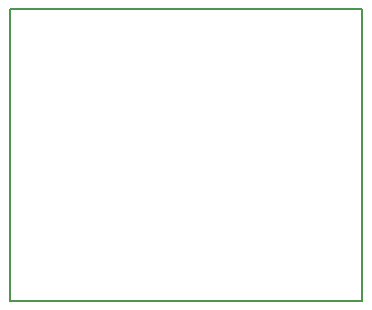
<source format=gm1>
G04 MADE WITH FRITZING*
G04 WWW.FRITZING.ORG*
G04 DOUBLE SIDED*
G04 HOLES PLATED*
G04 CONTOUR ON CENTER OF CONTOUR VECTOR*
%ASAXBY*%
%FSLAX23Y23*%
%MOIN*%
%OFA0B0*%
%SFA1.0B1.0*%
%ADD10R,1.181100X0.984252*%
%ADD11C,0.008000*%
%ADD10C,0.008*%
%LNCONTOUR*%
G90*
G70*
G54D10*
G54D11*
X4Y980D02*
X1177Y980D01*
X1177Y4D01*
X4Y4D01*
X4Y980D01*
D02*
G04 End of contour*
M02*
</source>
